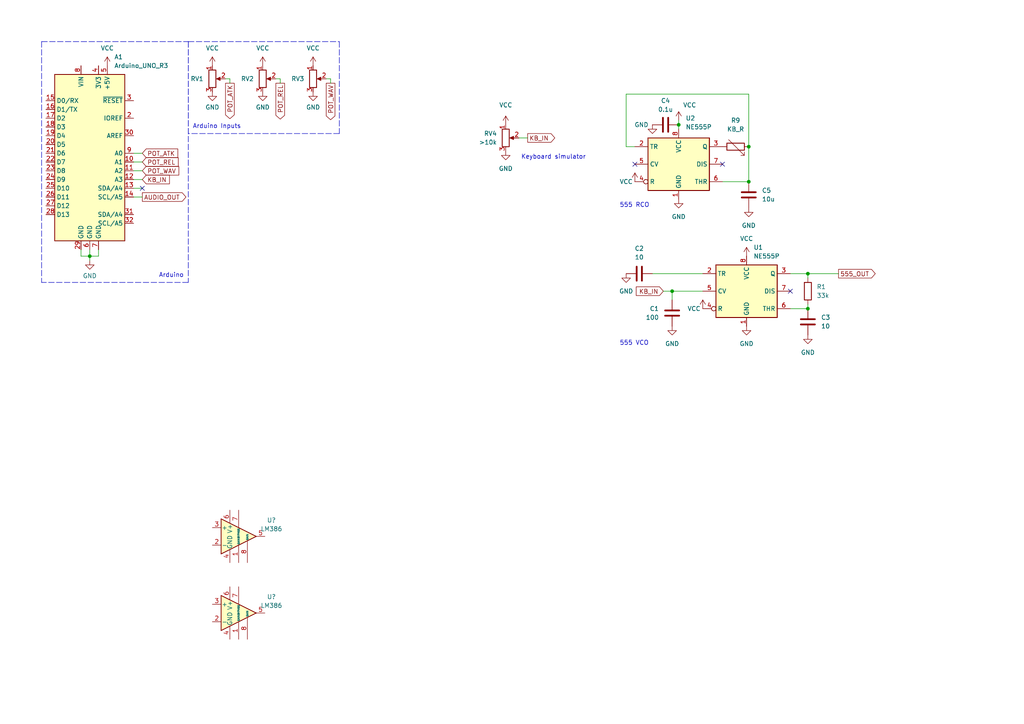
<source format=kicad_sch>
(kicad_sch (version 20211123) (generator eeschema)
  (paper "A4")
  (lib_symbols
    (symbol "Amplifier_Audio:LM386" (pin_names (offset 0.127))
      (property "Reference" "U" (at 1.27 7.62 0))
      (property "Value" "LM386" (at 1.27 5.08 0))
      (symbol "LM386_0_1"
        (polyline (pts (xy 5.08 0) (xy -5.08 5.08) (xy -5.08 -5.08) (xy 5.08 0)) (stroke (width 0.254)) (fill (type background)))
      )
      (symbol "LM386_1_1"
        (pin input line (at 0 -7.62 90) (length 5.08) (name "GAIN") (number "1"))
        (pin input line (at -7.62 -2.54 0) (length 2.54) (name "-") (number "2"))
        (pin input line (at -7.62 2.54 0) (length 2.54) (name "+") (number "3"))
        (pin power_in line (at -2.54 -7.62 90) (length 3.81) (name "GND") (number "4"))
        (pin output line (at 7.62 0 180) (length 2.54) (name "~") (number "5"))
        (pin power_in line (at -2.54 7.62 270) (length 3.81) (name "V+") (number "6"))
        (pin input line (at 0 7.62 270) (length 5.08) (name "BYPASS") (number "7"))
        (pin input line (at 2.54 -7.62 90) (length 6.35) (name "GAIN") (number "8"))
      )
    )
    (symbol "Device:C" (pin_numbers hide) (pin_names (offset 0.254))
      (property "Reference" "C" (at 0.635 2.54 0))
      (property "Value" "C" (at 0.635 -2.54 0))
      (symbol "C_0_1"
        (polyline (pts (xy -2.032 -0.762) (xy 2.032 -0.762)) (stroke (width 0.508)))
        (polyline (pts (xy -2.032 0.762) (xy 2.032 0.762)) (stroke (width 0.508)))
      )
      (symbol "C_1_1"
        (pin passive line (at 0 3.81 270) (length 2.794) (name "~") (number "1"))
        (pin passive line (at 0 -3.81 90) (length 2.794) (name "~") (number "2"))
      )
    )
    (symbol "Device:R" (pin_numbers hide) (pin_names (offset 0))
      (property "Reference" "R" (at 2.032 0 90))
      (property "Value" "R" (at 0 0 90))
      (symbol "R_0_1"
        (rectangle (start -1.016 -2.54) (end 1.016 2.54) (stroke (width 0.254)))
      )
      (symbol "R_1_1"
        (pin passive line (at 0 3.81 270) (length 1.27) (name "~") (number "1"))
        (pin passive line (at 0 -3.81 90) (length 1.27) (name "~") (number "2"))
      )
    )
    (symbol "Device:R_Potentiometer" (pin_names (offset 1.016) hide)
      (property "Reference" "RV" (at -4.445 0 90))
      (property "Value" "R_Potentiometer" (at -2.54 0 90))
      (symbol "R_Potentiometer_0_1"
        (polyline (pts (xy 2.54 0) (xy 1.524 0)))
        (polyline (pts (xy 1.143 0) (xy 2.286 0.508) (xy 2.286 -0.508) (xy 1.143 0)) (fill (type outline)))
        (rectangle (start 1.016 2.54) (end -1.016 -2.54) (stroke (width 0.254)))
      )
      (symbol "R_Potentiometer_1_1"
        (pin passive line (at 0 3.81 270) (length 1.27) (name "1") (number "1"))
        (pin passive line (at 3.81 0 180) (length 1.27) (name "2") (number "2"))
        (pin passive line (at 0 -3.81 90) (length 1.27) (name "3") (number "3"))
      )
    )
    (symbol "Device:R_Variable" (pin_numbers hide) (pin_names (offset 0))
      (property "Reference" "R" (at 2.54 -2.54 90))
      (property "Value" "R_Variable" (at -2.54 -1.27 90))
      (symbol "R_Variable_0_1"
        (rectangle (start -1.016 -2.54) (end 1.016 2.54) (stroke (width 0.254)))
        (polyline (pts (xy 2.54 1.524) (xy 2.54 2.54) (xy 1.524 2.54) (xy 2.54 2.54) (xy -2.032 -2.032)))
      )
      (symbol "R_Variable_1_1"
        (pin passive line (at 0 3.81 270) (length 1.27) (name "~") (number "1"))
        (pin passive line (at 0 -3.81 90) (length 1.27) (name "~") (number "2"))
      )
    )
    (symbol "MCU_Module:Arduino_UNO_R3"
      (property "Reference" "A" (at -10.16 23.495 0))
      (property "Value" "Arduino_UNO_R3" (at 5.08 -26.67 0))
      (symbol "Arduino_UNO_R3_0_1"
        (rectangle (start -10.16 22.86) (end 10.16 -25.4) (stroke (width 0.254)) (fill (type background)))
      )
      (symbol "Arduino_UNO_R3_1_1"
        (pin no_connect line (at -10.16 -20.32 0) (length 2.54) hide (name "NC") (number "1"))
        (pin bidirectional line (at 12.7 -2.54 180) (length 2.54) (name "A1") (number "10"))
        (pin bidirectional line (at 12.7 -5.08 180) (length 2.54) (name "A2") (number "11"))
        (pin bidirectional line (at 12.7 -7.62 180) (length 2.54) (name "A3") (number "12"))
        (pin bidirectional line (at 12.7 -10.16 180) (length 2.54) (name "SDA/A4") (number "13"))
        (pin bidirectional line (at 12.7 -12.7 180) (length 2.54) (name "SCL/A5") (number "14"))
        (pin bidirectional line (at -12.7 15.24 0) (length 2.54) (name "D0/RX") (number "15"))
        (pin bidirectional line (at -12.7 12.7 0) (length 2.54) (name "D1/TX") (number "16"))
        (pin bidirectional line (at -12.7 10.16 0) (length 2.54) (name "D2") (number "17"))
        (pin bidirectional line (at -12.7 7.62 0) (length 2.54) (name "D3") (number "18"))
        (pin bidirectional line (at -12.7 5.08 0) (length 2.54) (name "D4") (number "19"))
        (pin output line (at 12.7 10.16 180) (length 2.54) (name "IOREF") (number "2"))
        (pin bidirectional line (at -12.7 2.54 0) (length 2.54) (name "D5") (number "20"))
        (pin bidirectional line (at -12.7 0 0) (length 2.54) (name "D6") (number "21"))
        (pin bidirectional line (at -12.7 -2.54 0) (length 2.54) (name "D7") (number "22"))
        (pin bidirectional line (at -12.7 -5.08 0) (length 2.54) (name "D8") (number "23"))
        (pin bidirectional line (at -12.7 -7.62 0) (length 2.54) (name "D9") (number "24"))
        (pin bidirectional line (at -12.7 -10.16 0) (length 2.54) (name "D10") (number "25"))
        (pin bidirectional line (at -12.7 -12.7 0) (length 2.54) (name "D11") (number "26"))
        (pin bidirectional line (at -12.7 -15.24 0) (length 2.54) (name "D12") (number "27"))
        (pin bidirectional line (at -12.7 -17.78 0) (length 2.54) (name "D13") (number "28"))
        (pin power_in line (at -2.54 -27.94 90) (length 2.54) (name "GND") (number "29"))
        (pin input line (at 12.7 15.24 180) (length 2.54) (name "~{RESET}") (number "3"))
        (pin input line (at 12.7 5.08 180) (length 2.54) (name "AREF") (number "30"))
        (pin bidirectional line (at 12.7 -17.78 180) (length 2.54) (name "SDA/A4") (number "31"))
        (pin bidirectional line (at 12.7 -20.32 180) (length 2.54) (name "SCL/A5") (number "32"))
        (pin power_out line (at 2.54 25.4 270) (length 2.54) (name "3V3") (number "4"))
        (pin power_out line (at 5.08 25.4 270) (length 2.54) (name "+5V") (number "5"))
        (pin power_in line (at 0 -27.94 90) (length 2.54) (name "GND") (number "6"))
        (pin power_in line (at 2.54 -27.94 90) (length 2.54) (name "GND") (number "7"))
        (pin power_in line (at -2.54 25.4 270) (length 2.54) (name "VIN") (number "8"))
        (pin bidirectional line (at 12.7 0 180) (length 2.54) (name "A0") (number "9"))
      )
    )
    (symbol "Timer:NE555P"
      (property "Reference" "U" (at -10.16 8.89 0))
      (property "Value" "NE555P" (at 2.54 8.89 0))
      (symbol "NE555P_0_0"
        (pin power_in line (at 0 -10.16 90) (length 2.54) (name "GND") (number "1"))
        (pin power_in line (at 0 10.16 270) (length 2.54) (name "VCC") (number "8"))
      )
      (symbol "NE555P_0_1"
        (rectangle (start -8.89 -7.62) (end 8.89 7.62) (stroke (width 0.254)) (fill (type background)))
        (rectangle (start -8.89 -7.62) (end 8.89 7.62) (stroke (width 0.254)) (fill (type background)))
      )
      (symbol "NE555P_1_1"
        (pin input line (at -12.7 5.08 0) (length 3.81) (name "TR") (number "2"))
        (pin output line (at 12.7 5.08 180) (length 3.81) (name "Q") (number "3"))
        (pin input inverted (at -12.7 -5.08 0) (length 3.81) (name "R") (number "4"))
        (pin input line (at -12.7 0 0) (length 3.81) (name "CV") (number "5"))
        (pin input line (at 12.7 -5.08 180) (length 3.81) (name "THR") (number "6"))
        (pin input line (at 12.7 0 180) (length 3.81) (name "DIS") (number "7"))
      )
    )
    (symbol "power:GND" (power) (pin_names (offset 0))
      (property "Value" "GND" (at 0 -3.81 0))
      (symbol "GND_0_1"
        (polyline (pts (xy 0 0) (xy 0 -1.27) (xy 1.27 -1.27) (xy 0 -2.54) (xy -1.27 -1.27) (xy 0 -1.27)))
      )
      (symbol "GND_1_1"
        (pin power_in line (at 0 0 270) (length 0) hide (name "GND") (number "1"))
      )
    )
    (symbol "power:VCC" (power) (pin_names (offset 0))
      (property "Value" "VCC" (at 0 3.81 0))
      (symbol "VCC_0_1"
        (polyline (pts (xy -0.762 1.27) (xy 0 2.54)))
        (polyline (pts (xy 0 0) (xy 0 2.54)))
        (polyline (pts (xy 0 2.54) (xy 0.762 1.27)))
      )
      (symbol "VCC_1_1"
        (pin power_in line (at 0 0 90) (length 0) hide (name "VCC") (number "1"))
      )
    )
  )
  (junction (at 234.315 89.535))
  (junction (at 26.035 74.295))
  (junction (at 217.17 42.545))
  (junction (at 196.85 36.195))
  (junction (at 194.945 84.455))
  (junction (at 217.17 52.705))
  (junction (at 234.315 79.375))
  (no_connect (at 209.55 47.625))
  (no_connect (at 229.235 84.455))
  (no_connect (at 184.15 47.625))
  (no_connect (at 41.275 54.61))
  (polyline (pts (xy 12.065 12.065) (xy 54.61 12.065)))
  (wire (pts (xy 192.405 84.455) (xy 194.945 84.455)))
  (polyline (pts (xy 54.61 81.915) (xy 12.065 81.915)))
  (wire (pts (xy 209.55 52.705) (xy 217.17 52.705)))
  (wire (pts (xy 28.575 74.295) (xy 26.035 74.295)))
  (wire (pts (xy 181.61 27.305) (xy 217.17 27.305)))
  (wire (pts (xy 234.315 79.375) (xy 243.205 79.375)))
  (wire (pts (xy 41.275 57.15) (xy 38.735 57.15)))
  (wire (pts (xy 26.035 74.295) (xy 26.035 75.565)))
  (wire (pts (xy 81.28 24.13) (xy 81.28 22.86)))
  (wire (pts (xy 234.315 88.265) (xy 234.315 89.535)))
  (wire (pts (xy 217.17 52.705) (xy 217.17 42.545)))
  (wire (pts (xy 66.675 22.86) (xy 66.675 24.13)))
  (wire (pts (xy 184.15 42.545) (xy 181.61 42.545)))
  (wire (pts (xy 95.885 22.86) (xy 95.885 24.13)))
  (wire (pts (xy 234.315 89.535) (xy 229.235 89.535)))
  (wire (pts (xy 23.495 74.295) (xy 23.495 72.39)))
  (polyline (pts (xy 54.61 12.065) (xy 98.425 12.065)))
  (wire (pts (xy 194.945 84.455) (xy 194.945 86.995)))
  (wire (pts (xy 26.035 74.295) (xy 23.495 74.295)))
  (wire (pts (xy 229.235 79.375) (xy 234.315 79.375)))
  (wire (pts (xy 41.275 49.53) (xy 38.735 49.53)))
  (wire (pts (xy 189.23 79.375) (xy 203.835 79.375)))
  (wire (pts (xy 41.275 46.99) (xy 38.735 46.99)))
  (wire (pts (xy 65.405 22.86) (xy 66.675 22.86)))
  (polyline (pts (xy 98.425 38.735) (xy 54.61 38.735)))
  (polyline (pts (xy 54.61 12.065) (xy 54.61 38.735)))
  (wire (pts (xy 94.615 22.86) (xy 95.885 22.86)))
  (wire (pts (xy 150.495 40.005) (xy 153.035 40.005)))
  (wire (pts (xy 41.275 52.07) (xy 38.735 52.07)))
  (polyline (pts (xy 54.61 12.065) (xy 54.61 81.915)))
  (wire (pts (xy 196.85 36.195) (xy 196.85 37.465)))
  (wire (pts (xy 81.28 22.86) (xy 80.01 22.86)))
  (wire (pts (xy 217.17 27.305) (xy 217.17 42.545)))
  (wire (pts (xy 194.945 84.455) (xy 203.835 84.455)))
  (wire (pts (xy 28.575 72.39) (xy 28.575 74.295)))
  (wire (pts (xy 38.735 54.61) (xy 41.275 54.61)))
  (wire (pts (xy 181.61 42.545) (xy 181.61 27.305)))
  (wire (pts (xy 234.315 79.375) (xy 234.315 80.645)))
  (wire (pts (xy 26.035 72.39) (xy 26.035 74.295)))
  (wire (pts (xy 196.85 34.925) (xy 196.85 36.195)))
  (polyline (pts (xy 98.425 12.065) (xy 98.425 38.735)))
  (polyline (pts (xy 12.065 12.065) (xy 12.065 81.915)))
  (wire (pts (xy 41.275 44.45) (xy 38.735 44.45)))
  (text "555 RCO\n" (at 179.705 60.325 0) (effects (font (size 1.27 1.27)) (justify left bottom)))
  (text "Arduino" (at 53.34 80.645 180) (effects (font (size 1.27 1.27)) (justify right bottom)))
  (text "Keyboard simulator" (at 151.13 46.355 0) (effects (font (size 1.27 1.27)) (justify left bottom)))
  (text "555 VCO\n" (at 179.705 100.33 0) (effects (font (size 1.27 1.27)) (justify left bottom)))
  (text "Arduino Inputs" (at 55.88 37.465 0) (effects (font (size 1.27 1.27)) (justify left bottom)))
  (global_label "POT_REL" (shape input) (at 41.275 46.99 0) (property "Intersheet References" "${INTERSHEET_REFS}" (effects hide)))
  (global_label "KB_IN" (shape input) (at 192.405 84.455 180) (property "Intersheet References" "${INTERSHEET_REFS}" (effects hide)))
  (global_label "POT_WAV" (shape output) (at 95.885 24.13 270) (property "Intersheet References" "${INTERSHEET_REFS}" (effects hide)))
  (global_label "POT_ATK" (shape output) (at 66.675 24.13 270) (property "Intersheet References" "${INTERSHEET_REFS}" (effects hide)))
  (global_label "KB_IN" (shape output) (at 153.035 40.005 0) (property "Intersheet References" "${INTERSHEET_REFS}" (effects hide)))
  (global_label "POT_ATK" (shape input) (at 41.275 44.45 0) (property "Intersheet References" "${INTERSHEET_REFS}" (effects hide)))
  (global_label "POT_REL" (shape output) (at 81.28 24.13 270) (property "Intersheet References" "${INTERSHEET_REFS}" (effects hide)))
  (global_label "KB_IN" (shape input) (at 41.275 52.07 0) (property "Intersheet References" "${INTERSHEET_REFS}" (effects hide)))
  (global_label "POT_WAV" (shape input) (at 41.275 49.53 0) (property "Intersheet References" "${INTERSHEET_REFS}" (effects hide)))
  (global_label "AUDIO_OUT" (shape output) (at 41.275 57.15 0) (property "Intersheet References" "${INTERSHEET_REFS}" (effects hide)))
  (global_label "555_OUT" (shape output) (at 243.205 79.375 0) (property "Intersheet References" "${INTERSHEET_REFS}" (effects hide)))
  (symbol (lib_id "Device:R_Potentiometer") (at 146.685 40.005 0) (unit 1)
    (property "Reference" "RV4" (at 144.145 38.7349 0) (effects (justify right)))
    (property "Value" ">10k" (at 144.145 41.2749 0) (effects (justify right)))
  )
  (symbol (lib_id "power:GND") (at 61.595 26.67 0) (unit 1)
    (property "Reference" "#PWR?" (effects hide))
    (property "Value" "GND" (at 61.595 31.115 0))
  )
  (symbol (lib_id "Device:C") (at 185.42 79.375 90) (mirror x) (unit 1)
    (property "Reference" "C2" (at 185.42 72.0725 90))
    (property "Value" "10" (at 185.42 74.6125 90))
  )
  (symbol (lib_id "MCU_Module:Arduino_UNO_R3") (at 26.035 44.45 0) (unit 1)
    (property "Reference" "A1" (at 33.1344 16.51 0) (effects (justify left)))
    (property "Value" "Arduino_UNO_R3" (at 33.1344 19.05 0) (effects (justify left)))
    (property "Footprint" "Module:Arduino_UNO_R3" (effects hide))
    (property "Datasheet" "https://www.arduino.cc/en/Main/arduinoBoardUno" (effects hide))
  )
  (symbol (lib_id "power:GND") (at 196.85 57.785 0) (unit 1)
    (property "Reference" "#PWR?" (effects hide))
    (property "Value" "GND" (at 196.85 62.865 0))
  )
  (symbol (lib_id "Amplifier_Audio:LM386") (at 69.215 177.8 0) (unit 1)
    (property "Reference" "U?" (at 78.74 173.101 0))
    (property "Value" "LM386" (at 78.74 175.641 0))
    (property "Datasheet" "http://www.ti.com/lit/ds/symlink/lm386.pdf" (effects hide))
  )
  (symbol (lib_id "Device:R_Potentiometer") (at 61.595 22.86 0) (unit 1)
    (property "Reference" "RV1" (at 59.055 22.8599 0) (effects (justify right)))
    (property "Value" "R_Potentiometer" (effects hide))
  )
  (symbol (lib_id "power:GND") (at 181.61 79.375 0) (unit 1)
    (property "Reference" "#PWR?" (effects hide))
    (property "Value" "GND" (at 181.61 84.455 0))
  )
  (symbol (lib_id "power:GND") (at 26.035 75.565 0) (unit 1)
    (property "Reference" "#PWR?" (effects hide))
    (property "Value" "GND" (at 26.035 80.01 0))
  )
  (symbol (lib_id "power:VCC") (at 196.85 34.925 0) (unit 1)
    (property "Reference" "#PWR?" (effects hide))
    (property "Value" "VCC" (at 200.025 30.48 0))
  )
  (symbol (lib_id "power:GND") (at 90.805 26.67 0) (unit 1)
    (property "Reference" "#PWR?" (effects hide))
    (property "Value" "GND" (at 90.805 31.115 0))
  )
  (symbol (lib_id "power:VCC") (at 31.115 19.05 0) (unit 1)
    (property "Reference" "#PWR?" (effects hide))
    (property "Value" "VCC" (at 31.115 13.97 0))
  )
  (symbol (lib_id "Device:R_Potentiometer") (at 90.805 22.86 0) (unit 1)
    (property "Reference" "RV3" (at 88.265 22.8599 0) (effects (justify right)))
    (property "Value" "R_Potentiometer" (effects hide))
  )
  (symbol (lib_id "power:VCC") (at 76.2 19.05 0) (unit 1)
    (property "Reference" "#PWR?" (effects hide))
    (property "Value" "VCC" (at 76.2 13.97 0))
  )
  (symbol (lib_id "Timer:NE555P") (at 196.85 47.625 0) (unit 1)
    (property "Reference" "U2" (at 198.8694 34.29 0) (effects (justify left)))
    (property "Value" "NE555P" (at 198.8694 36.83 0) (effects (justify left)))
    (property "Footprint" "Package_DIP:DIP-8_W7.62mm" (effects hide))
    (property "Datasheet" "http://www.ti.com/lit/ds/symlink/ne555.pdf" (effects hide))
  )
  (symbol (lib_id "power:VCC") (at 216.535 74.295 0) (unit 1)
    (property "Reference" "#PWR?" (effects hide))
    (property "Value" "VCC" (at 216.535 69.215 0))
  )
  (symbol (lib_id "power:GND") (at 194.945 94.615 0) (unit 1)
    (property "Reference" "#PWR?" (effects hide))
    (property "Value" "GND" (at 194.945 99.695 0))
  )
  (symbol (lib_id "power:GND") (at 189.23 36.195 0) (unit 1)
    (property "Reference" "#PWR?" (effects hide))
    (property "Value" "GND" (at 186.055 36.195 0))
  )
  (symbol (lib_id "Device:C") (at 234.315 93.345 0) (unit 1)
    (property "Reference" "C3" (at 238.125 92.0749 0) (effects (justify left)))
    (property "Value" "10" (at 238.125 94.6149 0) (effects (justify left)))
  )
  (symbol (lib_id "Amplifier_Audio:LM386") (at 69.215 155.575 0) (unit 1)
    (property "Reference" "U?" (at 78.74 150.876 0))
    (property "Value" "LM386" (at 78.74 153.416 0))
    (property "Datasheet" "http://www.ti.com/lit/ds/symlink/lm386.pdf" (effects hide))
  )
  (symbol (lib_id "power:VCC") (at 203.835 89.535 0) (unit 1)
    (property "Reference" "#PWR?" (effects hide))
    (property "Value" "VCC" (at 201.295 89.535 0))
  )
  (symbol (lib_id "power:VCC") (at 184.15 52.705 0) (unit 1)
    (property "Reference" "#PWR?" (effects hide))
    (property "Value" "VCC" (at 181.61 52.705 0))
  )
  (symbol (lib_id "Device:R") (at 234.315 84.455 180) (unit 1)
    (property "Reference" "R1" (at 236.855 83.1849 0) (effects (justify right)))
    (property "Value" "33k" (at 236.855 85.7249 0) (effects (justify right)))
  )
  (symbol (lib_id "power:GND") (at 234.315 97.155 0) (unit 1)
    (property "Reference" "#PWR?" (effects hide))
    (property "Value" "GND" (at 234.315 102.235 0))
  )
  (symbol (lib_id "power:GND") (at 217.17 60.325 0) (unit 1)
    (property "Reference" "#PWR?" (effects hide))
    (property "Value" "GND" (at 217.17 65.405 0))
  )
  (symbol (lib_id "power:VCC") (at 146.685 36.195 0) (unit 1)
    (property "Reference" "#PWR?" (effects hide))
    (property "Value" "VCC" (at 146.685 30.48 0))
  )
  (symbol (lib_id "power:VCC") (at 61.595 19.05 0) (unit 1)
    (property "Reference" "#PWR?" (effects hide))
    (property "Value" "VCC" (at 61.595 13.97 0))
  )
  (symbol (lib_id "Device:C") (at 217.17 56.515 0) (unit 1)
    (property "Reference" "C5" (at 220.98 55.2449 0) (effects (justify left)))
    (property "Value" "10u" (at 220.98 57.7849 0) (effects (justify left)))
  )
  (symbol (lib_id "power:VCC") (at 90.805 19.05 0) (unit 1)
    (property "Reference" "#PWR?" (effects hide))
    (property "Value" "VCC" (at 90.805 13.97 0))
  )
  (symbol (lib_id "Timer:NE555P") (at 216.535 84.455 0) (unit 1)
    (property "Reference" "U1" (at 218.5544 71.755 0) (effects (justify left)))
    (property "Value" "NE555P" (at 218.5544 74.295 0) (effects (justify left)))
    (property "Footprint" "Package_DIP:DIP-8_W7.62mm" (effects hide))
    (property "Datasheet" "http://www.ti.com/lit/ds/symlink/ne555.pdf" (effects hide))
  )
  (symbol (lib_id "Device:R_Variable") (at 213.36 42.545 270) (unit 1)
    (property "Reference" "R9" (at 213.36 34.925 90))
    (property "Value" "KB_R" (at 213.36 37.465 90))
  )
  (symbol (lib_id "power:GND") (at 216.535 94.615 0) (unit 1)
    (property "Reference" "#PWR?" (effects hide))
    (property "Value" "GND" (at 216.535 99.695 0))
  )
  (symbol (lib_id "Device:C") (at 193.04 36.195 90) (unit 1)
    (property "Reference" "C4" (at 193.04 29.21 90))
    (property "Value" "0.1u" (at 193.04 31.75 90))
  )
  (symbol (lib_id "power:GND") (at 76.2 26.67 0) (unit 1)
    (property "Reference" "#PWR?" (effects hide))
    (property "Value" "GND" (at 76.2 31.115 0))
  )
  (symbol (lib_id "Device:R_Potentiometer") (at 76.2 22.86 0) (unit 1)
    (property "Reference" "RV2" (at 73.66 22.8599 0) (effects (justify right)))
    (property "Value" "R_Potentiometer" (effects hide))
  )
  (symbol (lib_id "Device:C") (at 194.945 90.805 0) (mirror x) (unit 1)
    (property "Reference" "C1" (at 191.135 89.5349 0) (effects (justify right)))
    (property "Value" "100" (at 191.135 92.0749 0) (effects (justify right)))
  )
  (symbol (lib_id "power:GND") (at 146.685 43.815 0) (unit 1)
    (property "Reference" "#PWR?" (effects hide))
    (property "Value" "GND" (at 146.685 48.895 0))
  )
)
</source>
